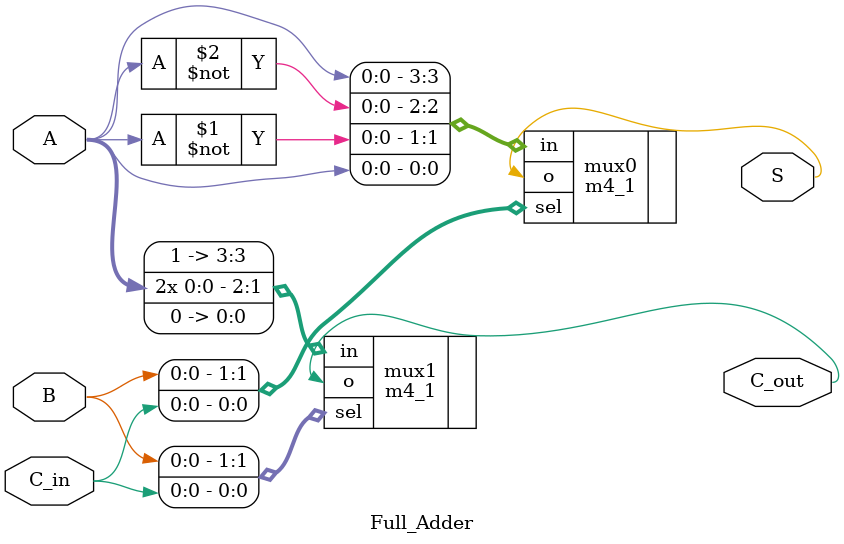
<source format=v>
`timescale 1ns / 1ps


module Full_Adder(
    input A,
    input B,
    input C_in,
    output S,
    output C_out
);

    m4_1 mux0(.o(S), .sel({B,C_in}), .in({A,~A,~A,A}));
    m4_1 mux1(.o(C_out), .sel({B,C_in}), .in({1'b1,A,A,1'b0}));

endmodule

</source>
